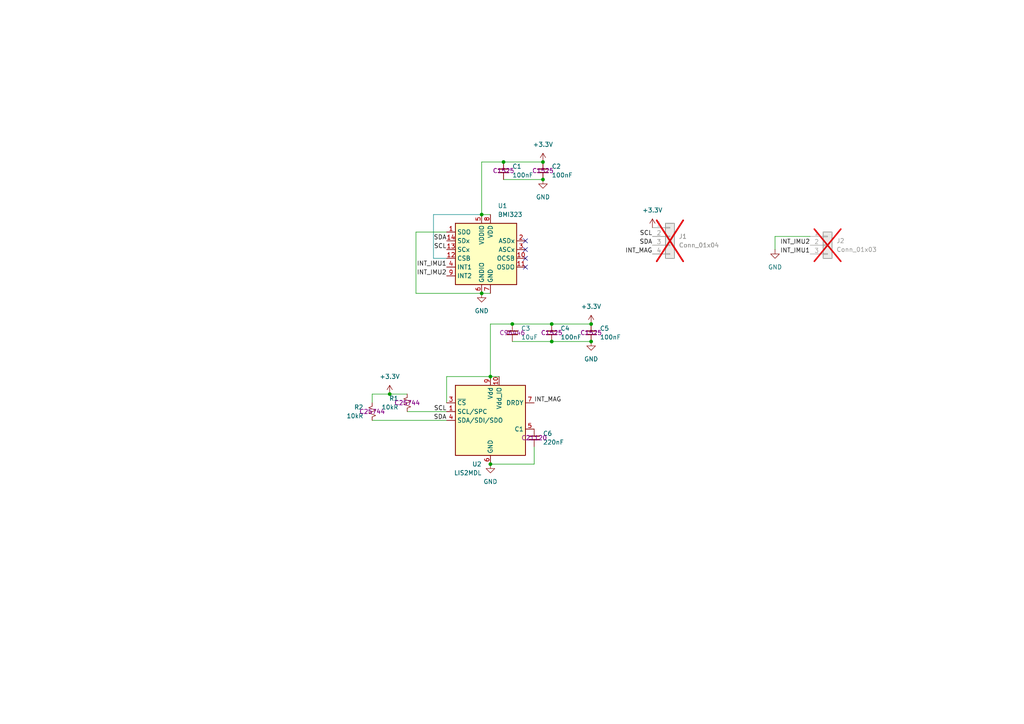
<source format=kicad_sch>
(kicad_sch (version 20241004) (generator "eeschema") (generator_version "8.99")
  (paper "A4")
  (lib_symbols
    (symbol "Connector_Generic:Conn_01x03" (pin_names (offset 1.016) (hide yes))
      (property "Reference" "J" (at 0 5.08 0))
      (property "Value" "Conn_01x03" (at 0 -5.08 0))
      (symbol "Conn_01x03_1_1"
        (rectangle (start -1.27 3.81) (end 1.27 -3.81) (stroke (width 0.254)) (fill (type background)))
        (rectangle (start -1.27 2.667) (end 0 2.413) (stroke (width 0.1524)))
        (rectangle (start -1.27 0.127) (end 0 -0.127) (stroke (width 0.1524)))
        (rectangle (start -1.27 -2.413) (end 0 -2.667) (stroke (width 0.1524)))
        (pin passive line (at -5.08 2.54 0) (length 3.81) (name "Pin_1") (number "1"))
        (pin passive line (at -5.08 0 0) (length 3.81) (name "Pin_2") (number "2"))
        (pin passive line (at -5.08 -2.54 0) (length 3.81) (name "Pin_3") (number "3"))
      )
    )
    (symbol "Connector_Generic:Conn_01x04" (pin_names (offset 1.016) (hide yes))
      (property "Reference" "J" (at 0 5.08 0))
      (property "Value" "Conn_01x04" (at 0 -7.62 0))
      (symbol "Conn_01x04_1_1"
        (rectangle (start -1.27 3.81) (end 1.27 -6.35) (stroke (width 0.254)) (fill (type background)))
        (rectangle (start -1.27 2.667) (end 0 2.413) (stroke (width 0.1524)))
        (rectangle (start -1.27 0.127) (end 0 -0.127) (stroke (width 0.1524)))
        (rectangle (start -1.27 -2.413) (end 0 -2.667) (stroke (width 0.1524)))
        (rectangle (start -1.27 -4.953) (end 0 -5.207) (stroke (width 0.1524)))
        (pin passive line (at -5.08 2.54 0) (length 3.81) (name "Pin_1") (number "1"))
        (pin passive line (at -5.08 0 0) (length 3.81) (name "Pin_2") (number "2"))
        (pin passive line (at -5.08 -2.54 0) (length 3.81) (name "Pin_3") (number "3"))
        (pin passive line (at -5.08 -5.08 0) (length 3.81) (name "Pin_4") (number "4"))
      )
    )
    (symbol "Device:C_Small" (pin_numbers (hide yes)) (pin_names (offset 0.254) (hide yes))
      (property "Reference" "C" (at 0.254 1.778 0))
      (property "Value" "C_Small" (at 0.254 -2.032 0))
      (symbol "C_Small_0_1"
        (polyline (pts (xy -1.524 0.508) (xy 1.524 0.508)) (stroke (width 0.3048)))
        (polyline (pts (xy -1.524 -0.508) (xy 1.524 -0.508)) (stroke (width 0.3302)))
      )
      (symbol "C_Small_1_1"
        (pin passive line (at 0 2.54 270) (length 2.032) (name "~") (number "1"))
        (pin passive line (at 0 -2.54 90) (length 2.032) (name "~") (number "2"))
      )
    )
    (symbol "Device:R_Small_US" (pin_numbers (hide yes)) (pin_names (offset 0.254) (hide yes))
      (property "Reference" "R" (at 0.762 0.508 0))
      (property "Value" "R_Small_US" (at 0.762 -1.016 0))
      (symbol "R_Small_US_1_1"
        (polyline (pts (xy 0 1.524) (xy 1.016 1.143) (xy 0 0.762) (xy -1.016 0.381) (xy 0 0)))
        (polyline (pts (xy 0 0) (xy 1.016 -0.381) (xy 0 -0.762) (xy -1.016 -1.143) (xy 0 -1.524)))
        (pin passive line (at 0 2.54 270) (length 1.016) (name "~") (number "1"))
        (pin passive line (at 0 -2.54 90) (length 1.016) (name "~") (number "2"))
      )
    )
    (symbol "Sensor_Magnetic:LIS2MDL"
      (property "Reference" "U" (at -8.89 11.43 0))
      (property "Value" "LIS2MDL" (at 7.62 11.43 0))
      (symbol "LIS2MDL_0_1"
        (rectangle (start -10.16 10.16) (end 10.16 -10.16) (stroke (width 0.254)) (fill (type background)))
      )
      (symbol "LIS2MDL_1_1"
        (pin input line (at -12.7 5.08 0) (length 2.54) (name "~{CS}") (number "3"))
        (pin input line (at -12.7 2.54 0) (length 2.54) (name "SCL/SPC") (number "1"))
        (pin bidirectional line (at -12.7 0 0) (length 2.54) (name "SDA/SDI/SDO") (number "4"))
        (pin no_connect line (at -10.16 -5.08 0) (length 2.54) (hide yes) (name "NC") (number "2"))
        (pin no_connect line (at -10.16 -7.62 0) (length 2.54) (hide yes) (name "NC") (number "11"))
        (pin power_in line (at 0 12.7 270) (length 2.54) (name "Vdd") (number "9"))
        (pin power_in line (at 0 -12.7 90) (length 2.54) (name "GND") (number "6"))
        (pin passive line (at 0 -12.7 90) (length 2.54) (hide yes) (name "GND") (number "8"))
        (pin power_in line (at 2.54 12.7 270) (length 2.54) (name "Vdd_IO") (number "10"))
        (pin no_connect line (at 10.16 -7.62 180) (length 2.54) (hide yes) (name "NC") (number "12"))
        (pin output line (at 12.7 5.08 180) (length 2.54) (name "DRDY") (number "7"))
        (pin power_out line (at 12.7 -2.54 180) (length 2.54) (name "C1") (number "5"))
      )
    )
    (symbol "Sensor_Motion:BMI160"
      (property "Reference" "U" (at -10.16 8.89 0))
      (property "Value" "BMI160" (at 7.62 8.89 0))
      (symbol "BMI160_1_1"
        (rectangle (start -10.16 7.62) (end 7.62 -10.16) (stroke (width 0.254)) (fill (type background)))
        (pin bidirectional line (at -12.7 5.08 0) (length 2.54) (name "SDO") (number "1"))
        (pin bidirectional line (at -12.7 2.54 0) (length 2.54) (name "SDx") (number "14"))
        (pin input line (at -12.7 0 0) (length 2.54) (name "SCx") (number "13"))
        (pin input line (at -12.7 -2.54 0) (length 2.54) (name "CSB") (number "12"))
        (pin bidirectional line (at -12.7 -5.08 0) (length 2.54) (name "INT1") (number "4"))
        (pin bidirectional line (at -12.7 -7.62 0) (length 2.54) (name "INT2") (number "9"))
        (pin power_in line (at -2.54 10.16 270) (length 2.54) (name "VDDIO") (number "5"))
        (pin power_in line (at -2.54 -12.7 90) (length 2.54) (name "GNDIO") (number "6"))
        (pin power_in line (at 0 10.16 270) (length 2.54) (name "VDD") (number "8"))
        (pin power_in line (at 0 -12.7 90) (length 2.54) (name "GND") (number "7"))
        (pin bidirectional line (at 10.16 2.54 180) (length 2.54) (name "ASDx") (number "2"))
        (pin output line (at 10.16 0 180) (length 2.54) (name "ASCx") (number "3"))
        (pin bidirectional line (at 10.16 -2.54 180) (length 2.54) (name "OCSB") (number "10"))
        (pin bidirectional line (at 10.16 -5.08 180) (length 2.54) (name "OSDO") (number "11"))
      )
    )
    (symbol "power:+3.3V" (power) (pin_numbers (hide yes)) (pin_names (offset 0) (hide yes))
      (property "Value" "+3.3V" (at 0 3.556 0))
      (symbol "+3.3V_0_1"
        (polyline (pts (xy -0.762 1.27) (xy 0 2.54)))
        (polyline (pts (xy 0 2.54) (xy 0.762 1.27)))
        (polyline (pts (xy 0 0) (xy 0 2.54)))
      )
      (symbol "+3.3V_1_1"
        (pin power_in line (at 0 0 90) (length 0) (name "~") (number "1"))
      )
    )
    (symbol "power:GND" (power) (pin_numbers (hide yes)) (pin_names (offset 0) (hide yes))
      (property "Value" "GND" (at 0 -3.81 0))
      (symbol "GND_0_1"
        (polyline (pts (xy 0 0) (xy 0 -1.27) (xy 1.27 -1.27) (xy 0 -2.54) (xy -1.27 -1.27) (xy 0 -1.27)))
      )
      (symbol "GND_1_1"
        (pin power_in line (at 0 0 270) (length 0) (name "~") (number "1"))
      )
    )
  )
  (junction (at 139.7 85.09))
  (junction (at 142.24 109.22))
  (junction (at 142.24 134.62))
  (junction (at 160.02 93.98))
  (junction (at 171.45 99.06))
  (junction (at 146.05 46.99))
  (junction (at 113.03 114.3))
  (junction (at 139.7 62.23))
  (junction (at 157.48 52.07))
  (junction (at 148.59 93.98))
  (junction (at 157.48 46.99))
  (junction (at 160.02 99.06))
  (junction (at 171.45 93.98))
  (no_connect (at 152.4 74.93))
  (no_connect (at 152.4 72.39))
  (no_connect (at 152.4 77.47))
  (no_connect (at 152.4 69.85))
  (wire (pts (xy 160.02 93.98) (xy 171.45 93.98)))
  (wire (pts (xy 107.95 114.3) (xy 113.03 114.3)))
  (wire (pts (xy 154.94 129.54) (xy 154.94 134.62)))
  (wire (pts (xy 129.54 109.22) (xy 142.24 109.22)))
  (wire (pts (xy 139.7 46.99) (xy 139.7 62.23)))
  (wire (pts (xy 148.59 93.98) (xy 160.02 93.98)))
  (wire (pts (xy 160.02 99.06) (xy 171.45 99.06)))
  (wire (pts (xy 125.73 62.23) (xy 139.7 62.23)) (stroke (width 0) (color 0 132 132 1)))
  (wire (pts (xy 234.95 68.58) (xy 224.79 68.58)))
  (wire (pts (xy 224.79 68.58) (xy 224.79 72.39)))
  (wire (pts (xy 142.24 93.98) (xy 142.24 109.22)))
  (wire (pts (xy 139.7 62.23) (xy 142.24 62.23)))
  (wire (pts (xy 139.7 85.09) (xy 142.24 85.09)))
  (wire (pts (xy 125.73 74.93) (xy 125.73 62.23)) (stroke (width 0) (color 0 132 132 1)))
  (wire (pts (xy 120.65 67.31) (xy 120.65 85.09)))
  (wire (pts (xy 107.95 121.92) (xy 129.54 121.92)))
  (wire (pts (xy 142.24 109.22) (xy 144.78 109.22)))
  (wire (pts (xy 129.54 116.84) (xy 129.54 109.22)))
  (wire (pts (xy 129.54 67.31) (xy 120.65 67.31)))
  (wire (pts (xy 118.11 119.38) (xy 129.54 119.38)))
  (wire (pts (xy 146.05 46.99) (xy 139.7 46.99)))
  (wire (pts (xy 154.94 134.62) (xy 142.24 134.62)))
  (wire (pts (xy 107.95 116.84) (xy 107.95 114.3)))
  (wire (pts (xy 146.05 52.07) (xy 157.48 52.07)))
  (wire (pts (xy 148.59 93.98) (xy 142.24 93.98)))
  (wire (pts (xy 146.05 46.99) (xy 157.48 46.99)))
  (wire (pts (xy 113.03 114.3) (xy 118.11 114.3)))
  (wire (pts (xy 120.65 85.09) (xy 139.7 85.09)))
  (wire (pts (xy 129.54 74.93) (xy 125.73 74.93)) (stroke (width 0) (color 0 132 132 1)))
  (wire (pts (xy 148.59 99.06) (xy 160.02 99.06)))
  (label "SCL" (at 189.23 68.58 180))
  (label "INT_MAG" (at 189.23 73.66 180))
  (label "SCL" (at 129.54 119.38 180))
  (label "INT_IMU2" (at 129.54 80.01 180))
  (label "SDA" (at 189.23 71.12 180))
  (label "INT_IMU2" (at 234.95 71.12 180))
  (label "INT_IMU1" (at 234.95 73.66 180))
  (label "SDA" (at 129.54 69.85 180))
  (label "INT_MAG" (at 154.94 116.84 0))
  (label "INT_IMU1" (at 129.54 77.47 180))
  (label "SDA" (at 129.54 121.92 180))
  (label "SCL" (at 129.54 72.39 180))
  (symbol (lib_id "power:+3.3V") (at 113.03 114.3 0) (unit 1)
    (property "Reference" "#PWR02" (effects (hide yes)))
    (property "Value" "+3.3V" (at 113.03 109.22 0))
    (property "Description" "Power symbol creates a global label with name \"+3.3V\"" (effects (hide yes)))
  )
  (symbol (lib_id "Device:R_Small_US") (at 118.11 116.84 0) (mirror x) (unit 1)
    (property "Reference" "R1" (at 115.57 115.5699 0) (effects (justify right)))
    (property "Value" "10kR" (at 115.57 118.1099 0) (effects (justify right)))
    (property "Footprint" "Resistor_SMD:R_0402_1005Metric" (effects (hide yes)))
    (property "Description" "Resistor, small US symbol" (effects (hide yes)))
    (property "LCSC" "C25744" (at 118.11 116.84 0))
  )
  (symbol (lib_id "power:GND") (at 171.45 99.06 0) (unit 1)
    (property "Reference" "#PWR05" (effects (hide yes)))
    (property "Value" "GND" (at 171.45 104.14 0))
    (property "Description" "Power symbol creates a global label with name \"GND\" , ground" (effects (hide yes)))
  )
  (symbol (lib_id "power:GND") (at 157.48 52.07 0) (unit 1)
    (property "Reference" "#PWR01" (effects (hide yes)))
    (property "Value" "GND" (at 157.48 57.15 0))
    (property "Description" "Power symbol creates a global label with name \"GND\" , ground" (effects (hide yes)))
  )
  (symbol (lib_id "Sensor_Motion:BMI160") (at 142.24 72.39 0) (unit 1)
    (property "Reference" "U1" (at 144.3833 59.69 0) (effects (justify left)))
    (property "Value" "BMI323" (at 144.3833 62.23 0) (effects (justify left)))
    (property "Footprint" "Package_LGA:Bosch_LGA-14_3x2.5mm_P0.5mm" (effects (hide yes)))
    (property "Datasheet" "https://www.bosch-sensortec.com/media/boschsensortec/downloads/datasheets/bst-bmi160-ds000.pdf" (effects (hide yes)))
    (property "Description" "Small, low power inertial measurement unit, LGA-14" (effects (hide yes)))
    (property "LCSC" "C5368700" (effects (hide yes)))
  )
  (symbol (lib_id "power:+3.3V") (at 157.48 46.99 0) (unit 1)
    (property "Reference" "#PWR07" (effects (hide yes)))
    (property "Value" "+3.3V" (at 157.48 41.91 0))
    (property "Description" "Power symbol creates a global label with name \"+3.3V\"" (effects (hide yes)))
  )
  (symbol (lib_id "power:GND") (at 142.24 134.62 0) (unit 1)
    (property "Reference" "#PWR04" (effects (hide yes)))
    (property "Value" "GND" (at 142.24 139.7 0))
    (property "Description" "Power symbol creates a global label with name \"GND\" , ground" (effects (hide yes)))
  )
  (symbol (lib_id "Connector_Generic:Conn_01x03") (at 240.03 71.12 0) (unit 1) (in_bom no) (dnp yes)
    (property "Reference" "J2" (at 242.57 69.8499 0) (effects (justify left)))
    (property "Value" "Conn_01x03" (at 242.57 72.3899 0) (effects (justify left)))
    (property "Footprint" "Connector_PinSocket_2.54mm:PinSocket_1x03_P2.54mm_Vertical" (effects (hide yes)))
    (property "Description" "Generic connector, single row, 01x03, script generated (kicad-library-utils/schlib/autogen/connector/)" (effects (hide yes)))
  )
  (symbol (lib_id "Sensor_Magnetic:LIS2MDL") (at 142.24 121.92 0) (unit 1)
    (property "Reference" "U2" (at 139.7 134.62 0) (effects (justify right)))
    (property "Value" "LIS2MDL" (at 139.7 137.16 0) (effects (justify right)))
    (property "Footprint" "Package_LGA:LGA-12_2x2mm_P0.5mm" (effects (hide yes)))
    (property "Datasheet" "https://www.st.com/resource/en/datasheet/lis2mdl.pdf" (effects (hide yes)))
    (property "Description" "Ultra-low-power, 3-axis digital output magnetometer, LGA-12" (effects (hide yes)))
    (property "LCSC" "C919695" (effects (hide yes)))
  )
  (symbol (lib_id "Device:C_Small") (at 148.59 96.52 0) (mirror y) (unit 1)
    (property "Reference" "C3" (at 151.13 95.2562 0) (effects (justify right)))
    (property "Value" "10uF" (at 151.13 97.7962 0) (effects (justify right)))
    (property "Footprint" "Capacitor_SMD:C_0603_1608Metric" (effects (hide yes)))
    (property "Description" "Unpolarized capacitor, small symbol" (effects (hide yes)))
    (property "LCSC" "C96446" (at 148.59 96.52 0))
  )
  (symbol (lib_id "Device:C_Small") (at 157.48 49.53 0) (mirror y) (unit 1)
    (property "Reference" "C2" (at 160.02 48.2662 0) (effects (justify right)))
    (property "Value" "100nF" (at 160.02 50.8062 0) (effects (justify right)))
    (property "Footprint" "Capacitor_SMD:C_0402_1005Metric" (effects (hide yes)))
    (property "Description" "Unpolarized capacitor, small symbol" (effects (hide yes)))
    (property "LCSC" "C1525" (at 157.48 49.53 0))
  )
  (symbol (lib_id "Device:C_Small") (at 154.94 127 0) (mirror y) (unit 1)
    (property "Reference" "C6" (at 157.48 125.7362 0) (effects (justify right)))
    (property "Value" "220nF" (at 157.48 128.2762 0) (effects (justify right)))
    (property "Footprint" "Capacitor_SMD:C_0402_1005Metric" (effects (hide yes)))
    (property "Description" "Unpolarized capacitor, small symbol" (effects (hide yes)))
    (property "LCSC" "C21120" (at 154.94 127 0))
  )
  (symbol (lib_id "Device:C_Small") (at 146.05 49.53 0) (mirror y) (unit 1)
    (property "Reference" "C1" (at 148.59 48.2662 0) (effects (justify right)))
    (property "Value" "100nF" (at 148.59 50.8062 0) (effects (justify right)))
    (property "Footprint" "Capacitor_SMD:C_0402_1005Metric" (effects (hide yes)))
    (property "Description" "Unpolarized capacitor, small symbol" (effects (hide yes)))
    (property "LCSC" "C1525" (at 146.05 49.53 0))
  )
  (symbol (lib_id "Device:R_Small_US") (at 107.95 119.38 0) (mirror x) (unit 1)
    (property "Reference" "R2" (at 105.41 118.1099 0) (effects (justify right)))
    (property "Value" "10kR" (at 105.41 120.6499 0) (effects (justify right)))
    (property "Footprint" "Resistor_SMD:R_0402_1005Metric" (effects (hide yes)))
    (property "Description" "Resistor, small US symbol" (effects (hide yes)))
    (property "LCSC" "C25744" (at 107.95 119.38 0))
  )
  (symbol (lib_id "Device:C_Small") (at 171.45 96.52 0) (mirror y) (unit 1)
    (property "Reference" "C5" (at 173.99 95.2562 0) (effects (justify right)))
    (property "Value" "100nF" (at 173.99 97.7962 0) (effects (justify right)))
    (property "Footprint" "Capacitor_SMD:C_0402_1005Metric" (effects (hide yes)))
    (property "Description" "Unpolarized capacitor, small symbol" (effects (hide yes)))
    (property "LCSC" "C1525" (at 171.45 96.52 0))
  )
  (symbol (lib_id "power:+3.3V") (at 189.23 66.04 0) (unit 1)
    (property "Reference" "#PWR08" (effects (hide yes)))
    (property "Value" "+3.3V" (at 189.23 60.96 0))
    (property "Description" "Power symbol creates a global label with name \"+3.3V\"" (effects (hide yes)))
  )
  (symbol (lib_id "power:GND") (at 224.79 72.39 0) (unit 1)
    (property "Reference" "#PWR09" (effects (hide yes)))
    (property "Value" "GND" (at 224.79 77.47 0))
    (property "Description" "Power symbol creates a global label with name \"GND\" , ground" (effects (hide yes)))
  )
  (symbol (lib_id "Connector_Generic:Conn_01x04") (at 194.31 68.58 0) (unit 1) (in_bom no) (dnp yes)
    (property "Reference" "J1" (at 196.85 68.5799 0) (effects (justify left)))
    (property "Value" "Conn_01x04" (at 196.85 71.1199 0) (effects (justify left)))
    (property "Footprint" "Connector_PinSocket_2.54mm:PinSocket_1x04_P2.54mm_Vertical" (effects (hide yes)))
    (property "Description" "Generic connector, single row, 01x04, script generated (kicad-library-utils/schlib/autogen/connector/)" (effects (hide yes)))
  )
  (symbol (lib_id "power:GND") (at 139.7 85.09 0) (unit 1)
    (property "Reference" "#PWR03" (effects (hide yes)))
    (property "Value" "GND" (at 139.7 90.17 0))
    (property "Description" "Power symbol creates a global label with name \"GND\" , ground" (effects (hide yes)))
  )
  (symbol (lib_id "power:+3.3V") (at 171.45 93.98 0) (unit 1)
    (property "Reference" "#PWR06" (effects (hide yes)))
    (property "Value" "+3.3V" (at 171.45 88.9 0))
    (property "Description" "Power symbol creates a global label with name \"+3.3V\"" (effects (hide yes)))
  )
  (symbol (lib_id "Device:C_Small") (at 160.02 96.52 0) (mirror y) (unit 1)
    (property "Reference" "C4" (at 162.56 95.2562 0) (effects (justify right)))
    (property "Value" "100nF" (at 162.56 97.7962 0) (effects (justify right)))
    (property "Footprint" "Capacitor_SMD:C_0402_1005Metric" (effects (hide yes)))
    (property "Description" "Unpolarized capacitor, small symbol" (effects (hide yes)))
    (property "LCSC" "C1525" (at 160.02 96.52 0))
  )
)
</source>
